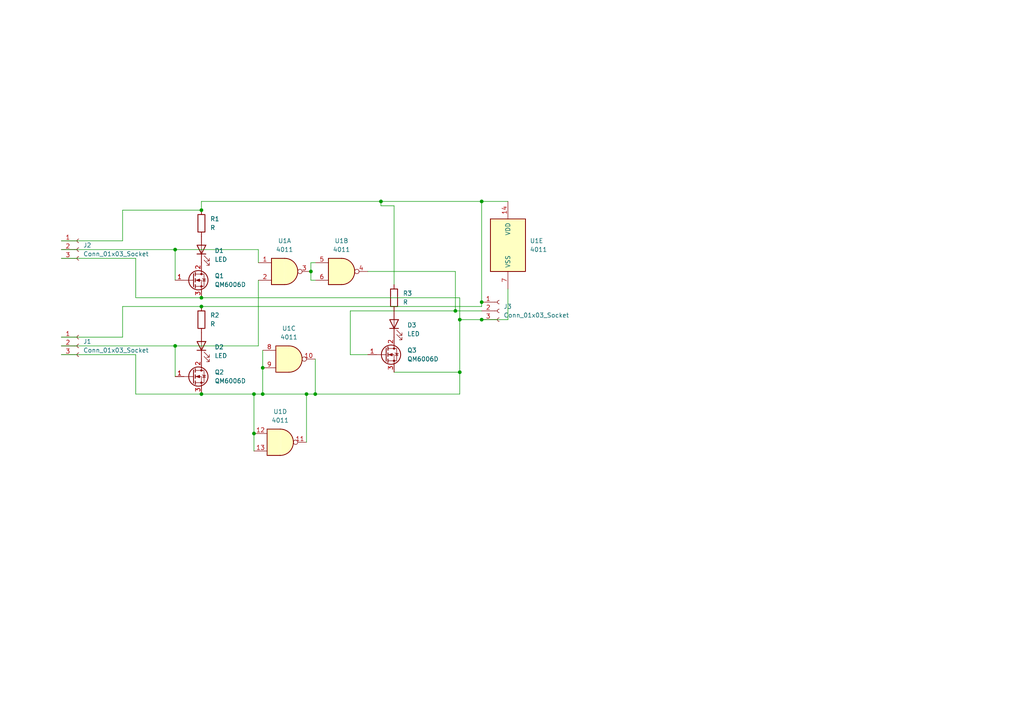
<source format=kicad_sch>
(kicad_sch (version 20250114) (generator "eeschema") (generator_version "9.0")
  (paper "A4")
  (lib_symbols
    (symbol "4xxx:4011" (pin_names (offset 1.016))
      (property "Reference" "U" (at 0 1.27 0))
      (property "Value" "4011" (at 0 -1.27 0))
      (symbol "4011_1_1"
        (arc (start 0 3.81) (mid 3.7934 0) (end 0 -3.81) (stroke (width 0.254)) (fill (type background)))
        (polyline (pts (xy 0 3.81) (xy -3.81 3.81) (xy -3.81 -3.81) (xy 0 -3.81)) (stroke (width 0.254)) (fill (type background)))
        (pin input line (at -7.62 2.54 0) (length 3.81) (name "~") (number "1"))
        (pin input line (at -7.62 -2.54 0) (length 3.81) (name "~") (number "2"))
        (pin output inverted (at 7.62 0 180) (length 3.81) (name "~") (number "3"))
      )
      (symbol "4011_1_2"
        (arc (start -3.81 3.81) (mid -2.589 0) (end -3.81 -3.81) (stroke (width 0.254)))
        (polyline (pts (xy -3.81 3.81) (xy -0.635 3.81)) (stroke (width 0.254)) (fill (type background)))
        (polyline (pts (xy -3.81 -3.81) (xy -0.635 -3.81)) (stroke (width 0.254)) (fill (type background)))
        (arc (start 3.81 0) (mid 2.1855 -2.584) (end -0.6096 -3.81) (stroke (width 0.254)) (fill (type background)))
        (arc (start -0.6096 3.81) (mid 2.1928 2.5924) (end 3.81 0) (stroke (width 0.254)) (fill (type background)))
        (polyline (pts (xy -0.635 3.81) (xy -3.81 3.81) (xy -3.81 3.81) (xy -3.556 3.4036) (xy -3.0226 2.2606) (xy -2.6924 1.0414) (xy -2.6162 -0.254) (xy -2.7686 -1.4986) (xy -3.175 -2.7178) (xy -3.81 -3.81) (xy -3.81 -3.81) (xy -0.635 -3.81)) (stroke (width -25.4)) (fill (type background)))
        (pin input inverted (at -7.62 2.54 0) (length 4.318) (name "~") (number "1"))
        (pin input inverted (at -7.62 -2.54 0) (length 4.318) (name "~") (number "2"))
        (pin output line (at 7.62 0 180) (length 3.81) (name "~") (number "3"))
      )
      (symbol "4011_2_1"
        (arc (start 0 3.81) (mid 3.7934 0) (end 0 -3.81) (stroke (width 0.254)) (fill (type background)))
        (polyline (pts (xy 0 3.81) (xy -3.81 3.81) (xy -3.81 -3.81) (xy 0 -3.81)) (stroke (width 0.254)) (fill (type background)))
        (pin input line (at -7.62 2.54 0) (length 3.81) (name "~") (number "5"))
        (pin input line (at -7.62 -2.54 0) (length 3.81) (name "~") (number "6"))
        (pin output inverted (at 7.62 0 180) (length 3.81) (name "~") (number "4"))
      )
      (symbol "4011_2_2"
        (arc (start -3.81 3.81) (mid -2.589 0) (end -3.81 -3.81) (stroke (width 0.254)))
        (polyline (pts (xy -3.81 3.81) (xy -0.635 3.81)) (stroke (width 0.254)) (fill (type background)))
        (polyline (pts (xy -3.81 -3.81) (xy -0.635 -3.81)) (stroke (width 0.254)) (fill (type background)))
        (arc (start 3.81 0) (mid 2.1855 -2.584) (end -0.6096 -3.81) (stroke (width 0.254)) (fill (type background)))
        (arc (start -0.6096 3.81) (mid 2.1928 2.5924) (end 3.81 0) (stroke (width 0.254)) (fill (type background)))
        (polyline (pts (xy -0.635 3.81) (xy -3.81 3.81) (xy -3.81 3.81) (xy -3.556 3.4036) (xy -3.0226 2.2606) (xy -2.6924 1.0414) (xy -2.6162 -0.254) (xy -2.7686 -1.4986) (xy -3.175 -2.7178) (xy -3.81 -3.81) (xy -3.81 -3.81) (xy -0.635 -3.81)) (stroke (width -25.4)) (fill (type background)))
        (pin input inverted (at -7.62 2.54 0) (length 4.318) (name "~") (number "5"))
        (pin input inverted (at -7.62 -2.54 0) (length 4.318) (name "~") (number "6"))
        (pin output line (at 7.62 0 180) (length 3.81) (name "~") (number "4"))
      )
      (symbol "4011_3_1"
        (arc (start 0 3.81) (mid 3.7934 0) (end 0 -3.81) (stroke (width 0.254)) (fill (type background)))
        (polyline (pts (xy 0 3.81) (xy -3.81 3.81) (xy -3.81 -3.81) (xy 0 -3.81)) (stroke (width 0.254)) (fill (type background)))
        (pin input line (at -7.62 2.54 0) (length 3.81) (name "~") (number "8"))
        (pin input line (at -7.62 -2.54 0) (length 3.81) (name "~") (number "9"))
        (pin output inverted (at 7.62 0 180) (length 3.81) (name "~") (number "10"))
      )
      (symbol "4011_3_2"
        (arc (start -3.81 3.81) (mid -2.589 0) (end -3.81 -3.81) (stroke (width 0.254)))
        (polyline (pts (xy -3.81 3.81) (xy -0.635 3.81)) (stroke (width 0.254)) (fill (type background)))
        (polyline (pts (xy -3.81 -3.81) (xy -0.635 -3.81)) (stroke (width 0.254)) (fill (type background)))
        (arc (start 3.81 0) (mid 2.1855 -2.584) (end -0.6096 -3.81) (stroke (width 0.254)) (fill (type background)))
        (arc (start -0.6096 3.81) (mid 2.1928 2.5924) (end 3.81 0) (stroke (width 0.254)) (fill (type background)))
        (polyline (pts (xy -0.635 3.81) (xy -3.81 3.81) (xy -3.81 3.81) (xy -3.556 3.4036) (xy -3.0226 2.2606) (xy -2.6924 1.0414) (xy -2.6162 -0.254) (xy -2.7686 -1.4986) (xy -3.175 -2.7178) (xy -3.81 -3.81) (xy -3.81 -3.81) (xy -0.635 -3.81)) (stroke (width -25.4)) (fill (type background)))
        (pin input inverted (at -7.62 2.54 0) (length 4.318) (name "~") (number "8"))
        (pin input inverted (at -7.62 -2.54 0) (length 4.318) (name "~") (number "9"))
        (pin output line (at 7.62 0 180) (length 3.81) (name "~") (number "10"))
      )
      (symbol "4011_4_1"
        (arc (start 0 3.81) (mid 3.7934 0) (end 0 -3.81) (stroke (width 0.254)) (fill (type background)))
        (polyline (pts (xy 0 3.81) (xy -3.81 3.81) (xy -3.81 -3.81) (xy 0 -3.81)) (stroke (width 0.254)) (fill (type background)))
        (pin input line (at -7.62 2.54 0) (length 3.81) (name "~") (number "12"))
        (pin input line (at -7.62 -2.54 0) (length 3.81) (name "~") (number "13"))
        (pin output inverted (at 7.62 0 180) (length 3.81) (name "~") (number "11"))
      )
      (symbol "4011_4_2"
        (arc (start -3.81 3.81) (mid -2.589 0) (end -3.81 -3.81) (stroke (width 0.254)))
        (polyline (pts (xy -3.81 3.81) (xy -0.635 3.81)) (stroke (width 0.254)) (fill (type background)))
        (polyline (pts (xy -3.81 -3.81) (xy -0.635 -3.81)) (stroke (width 0.254)) (fill (type background)))
        (arc (start 3.81 0) (mid 2.1855 -2.584) (end -0.6096 -3.81) (stroke (width 0.254)) (fill (type background)))
        (arc (start -0.6096 3.81) (mid 2.1928 2.5924) (end 3.81 0) (stroke (width 0.254)) (fill (type background)))
        (polyline (pts (xy -0.635 3.81) (xy -3.81 3.81) (xy -3.81 3.81) (xy -3.556 3.4036) (xy -3.0226 2.2606) (xy -2.6924 1.0414) (xy -2.6162 -0.254) (xy -2.7686 -1.4986) (xy -3.175 -2.7178) (xy -3.81 -3.81) (xy -3.81 -3.81) (xy -0.635 -3.81)) (stroke (width -25.4)) (fill (type background)))
        (pin input inverted (at -7.62 2.54 0) (length 4.318) (name "~") (number "12"))
        (pin input inverted (at -7.62 -2.54 0) (length 4.318) (name "~") (number "13"))
        (pin output line (at 7.62 0 180) (length 3.81) (name "~") (number "11"))
      )
      (symbol "4011_5_0"
        (pin power_in line (at 0 12.7 270) (length 5.08) (name "VDD") (number "14"))
        (pin power_in line (at 0 -12.7 90) (length 5.08) (name "VSS") (number "7"))
      )
      (symbol "4011_5_1"
        (rectangle (start -5.08 7.62) (end 5.08 -7.62) (stroke (width 0.254)) (fill (type background)))
      )
    )
    (symbol "Connector:Conn_01x03_Socket" (pin_names (offset 1.016) (hide yes))
      (property "Reference" "J" (at 0 5.08 0))
      (property "Value" "Conn_01x03_Socket" (at 0 -5.08 0))
      (symbol "Conn_01x03_Socket_1_1"
        (polyline (pts (xy -1.27 2.54) (xy -0.508 2.54)) (stroke (width 0.1524)))
        (polyline (pts (xy -1.27 0) (xy -0.508 0)) (stroke (width 0.1524)))
        (polyline (pts (xy -1.27 -2.54) (xy -0.508 -2.54)) (stroke (width 0.1524)))
        (arc (start 0 2.032) (mid -0.5058 2.54) (end 0 3.048) (stroke (width 0.1524)))
        (arc (start 0 -0.508) (mid -0.5058 0) (end 0 0.508) (stroke (width 0.1524)))
        (arc (start 0 -3.048) (mid -0.5058 -2.54) (end 0 -2.032) (stroke (width 0.1524)))
        (pin passive line (at -5.08 2.54 0) (length 3.81) (name "Pin_1") (number "1"))
        (pin passive line (at -5.08 0 0) (length 3.81) (name "Pin_2") (number "2"))
        (pin passive line (at -5.08 -2.54 0) (length 3.81) (name "Pin_3") (number "3"))
      )
    )
    (symbol "Device:LED" (pin_numbers (hide yes)) (pin_names (offset 1.016) (hide yes))
      (property "Reference" "D" (at 0 2.54 0))
      (property "Value" "LED" (at 0 -2.54 0))
      (symbol "LED_0_1"
        (polyline (pts (xy -3.048 -0.762) (xy -4.572 -2.286) (xy -3.81 -2.286) (xy -4.572 -2.286) (xy -4.572 -1.524)))
        (polyline (pts (xy -1.778 -0.762) (xy -3.302 -2.286) (xy -2.54 -2.286) (xy -3.302 -2.286) (xy -3.302 -1.524)))
        (polyline (pts (xy -1.27 0) (xy 1.27 0)))
        (polyline (pts (xy -1.27 -1.27) (xy -1.27 1.27)) (stroke (width 0.254)))
        (polyline (pts (xy 1.27 -1.27) (xy 1.27 1.27) (xy -1.27 0) (xy 1.27 -1.27)) (stroke (width 0.254)))
      )
      (symbol "LED_1_1"
        (pin passive line (at -3.81 0 0) (length 2.54) (name "K") (number "1"))
        (pin passive line (at 3.81 0 180) (length 2.54) (name "A") (number "2"))
      )
    )
    (symbol "Device:R" (pin_numbers (hide yes)) (pin_names (offset 0))
      (property "Reference" "R" (at 2.032 0 90))
      (property "Value" "R" (at 0 0 90))
      (symbol "R_0_1"
        (rectangle (start -1.016 -2.54) (end 1.016 2.54) (stroke (width 0.254)))
      )
      (symbol "R_1_1"
        (pin passive line (at 0 3.81 270) (length 1.27) (name "~") (number "1"))
        (pin passive line (at 0 -3.81 90) (length 1.27) (name "~") (number "2"))
      )
    )
    (symbol "Transistor_FET:QM6006D" (pin_names (hide yes))
      (property "Reference" "Q" (at 5.08 1.905 0))
      (property "Value" "QM6006D" (at 5.08 0 0))
      (symbol "QM6006D_0_1"
        (polyline (pts (xy 0.254 1.905) (xy 0.254 -1.905)) (stroke (width 0.254)))
        (polyline (pts (xy 0.254 0) (xy -2.54 0)))
        (polyline (pts (xy 0.762 2.286) (xy 0.762 1.27)) (stroke (width 0.254)))
        (polyline (pts (xy 0.762 0.508) (xy 0.762 -0.508)) (stroke (width 0.254)))
        (polyline (pts (xy 0.762 -1.27) (xy 0.762 -2.286)) (stroke (width 0.254)))
        (polyline (pts (xy 0.762 -1.778) (xy 3.302 -1.778) (xy 3.302 1.778) (xy 0.762 1.778)))
        (polyline (pts (xy 1.016 0) (xy 2.032 0.381) (xy 2.032 -0.381) (xy 1.016 0)) (fill (type outline)))
        (circle (center 1.651 0) (radius 2.794) (stroke (width 0.254)))
        (polyline (pts (xy 2.54 2.54) (xy 2.54 1.778)))
        (circle (center 2.54 1.778) (radius 0.254) (fill (type outline)))
        (circle (center 2.54 -1.778) (radius 0.254) (fill (type outline)))
        (polyline (pts (xy 2.54 -2.54) (xy 2.54 0) (xy 0.762 0)))
        (polyline (pts (xy 2.794 0.508) (xy 2.921 0.381) (xy 3.683 0.381) (xy 3.81 0.254)))
        (polyline (pts (xy 3.302 0.381) (xy 2.921 -0.254) (xy 3.683 -0.254) (xy 3.302 0.381)))
      )
      (symbol "QM6006D_1_1"
        (pin input line (at -5.08 0 0) (length 2.54) (name "G") (number "1"))
        (pin passive line (at 2.54 5.08 270) (length 2.54) (name "D") (number "2"))
        (pin passive line (at 2.54 -5.08 90) (length 2.54) (name "S") (number "3"))
      )
    )
  )
  (junction (at 76.2 106.68))
  (junction (at 73.66 125.73))
  (junction (at 139.7 92.71))
  (junction (at 58.42 114.3))
  (junction (at 88.9 114.3))
  (junction (at 90.17 78.74))
  (junction (at 110.49 58.42))
  (junction (at 133.35 92.71))
  (junction (at 132.08 90.17))
  (junction (at 58.42 60.96))
  (junction (at 73.66 114.3))
  (junction (at 139.7 58.42))
  (junction (at 76.2 114.3))
  (junction (at 58.42 86.36))
  (junction (at 91.44 114.3))
  (junction (at 139.7 87.63))
  (junction (at 133.35 107.95))
  (junction (at 50.8 100.33))
  (junction (at 50.8 72.39))
  (junction (at 58.42 88.9))
  (wire (pts (xy 114.3 82.55) (xy 114.3 59.69)))
  (wire (pts (xy 58.42 86.36) (xy 133.35 86.36)))
  (wire (pts (xy 88.9 114.3) (xy 88.9 128.27)))
  (wire (pts (xy 101.6 90.17) (xy 132.08 90.17)))
  (wire (pts (xy 35.56 60.96) (xy 35.56 69.85)))
  (wire (pts (xy 39.37 74.93) (xy 39.37 86.36)))
  (wire (pts (xy 17.78 102.87) (xy 39.37 102.87)))
  (wire (pts (xy 39.37 102.87) (xy 39.37 114.3)))
  (wire (pts (xy 39.37 114.3) (xy 58.42 114.3)))
  (wire (pts (xy 76.2 106.68) (xy 76.2 114.3)))
  (wire (pts (xy 17.78 97.79) (xy 35.56 97.79)))
  (wire (pts (xy 147.32 83.82) (xy 147.32 92.71)))
  (wire (pts (xy 58.42 60.96) (xy 35.56 60.96)))
  (wire (pts (xy 88.9 114.3) (xy 76.2 114.3)))
  (wire (pts (xy 73.66 125.73) (xy 73.66 130.81)))
  (wire (pts (xy 17.78 100.33) (xy 50.8 100.33)))
  (wire (pts (xy 139.7 90.17) (xy 132.08 90.17)))
  (wire (pts (xy 58.42 88.9) (xy 35.56 88.9)))
  (wire (pts (xy 110.49 58.42) (xy 58.42 58.42)))
  (wire (pts (xy 17.78 74.93) (xy 39.37 74.93)))
  (wire (pts (xy 74.93 81.28) (xy 74.93 100.33)))
  (wire (pts (xy 110.49 59.69) (xy 110.49 58.42)))
  (wire (pts (xy 133.35 107.95) (xy 133.35 114.3)))
  (wire (pts (xy 133.35 114.3) (xy 91.44 114.3)))
  (wire (pts (xy 114.3 107.95) (xy 133.35 107.95)))
  (wire (pts (xy 74.93 100.33) (xy 50.8 100.33)))
  (wire (pts (xy 133.35 92.71) (xy 133.35 107.95)))
  (wire (pts (xy 76.2 114.3) (xy 73.66 114.3)))
  (wire (pts (xy 139.7 58.42) (xy 139.7 87.63)))
  (wire (pts (xy 133.35 92.71) (xy 139.7 92.71)))
  (wire (pts (xy 114.3 59.69) (xy 110.49 59.69)))
  (wire (pts (xy 91.44 114.3) (xy 88.9 114.3)))
  (wire (pts (xy 139.7 92.71) (xy 147.32 92.71)))
  (wire (pts (xy 90.17 78.74) (xy 90.17 76.2)))
  (wire (pts (xy 73.66 114.3) (xy 58.42 114.3)))
  (wire (pts (xy 90.17 81.28) (xy 90.17 78.74)))
  (wire (pts (xy 39.37 86.36) (xy 58.42 86.36)))
  (wire (pts (xy 50.8 100.33) (xy 50.8 109.22)))
  (wire (pts (xy 90.17 76.2) (xy 91.44 76.2)))
  (wire (pts (xy 17.78 69.85) (xy 35.56 69.85)))
  (wire (pts (xy 91.44 81.28) (xy 90.17 81.28)))
  (wire (pts (xy 91.44 104.14) (xy 91.44 114.3)))
  (wire (pts (xy 50.8 72.39) (xy 50.8 81.28)))
  (wire (pts (xy 101.6 102.87) (xy 101.6 90.17)))
  (wire (pts (xy 17.78 72.39) (xy 50.8 72.39)))
  (wire (pts (xy 58.42 58.42) (xy 58.42 60.96)))
  (wire (pts (xy 101.6 102.87) (xy 106.68 102.87)))
  (wire (pts (xy 110.49 58.42) (xy 139.7 58.42)))
  (wire (pts (xy 106.68 78.74) (xy 132.08 78.74)))
  (wire (pts (xy 76.2 101.6) (xy 76.2 106.68)))
  (wire (pts (xy 139.7 58.42) (xy 147.32 58.42)))
  (wire (pts (xy 74.93 76.2) (xy 74.93 72.39)))
  (wire (pts (xy 58.42 88.9) (xy 139.7 88.9)))
  (wire (pts (xy 73.66 114.3) (xy 73.66 125.73)))
  (wire (pts (xy 139.7 88.9) (xy 139.7 87.63)))
  (wire (pts (xy 74.93 72.39) (xy 50.8 72.39)))
  (wire (pts (xy 132.08 90.17) (xy 132.08 78.74)))
  (wire (pts (xy 133.35 86.36) (xy 133.35 92.71)))
  (wire (pts (xy 35.56 88.9) (xy 35.56 97.79)))
  (symbol (lib_id "4xxx:4011") (at 82.55 78.74 0) (unit 1)
    (property "Reference" "U1" (at 82.5417 69.85 0))
    (property "Value" "4011" (at 82.5417 72.39 0))
    (property "Footprint" "Package_DIP:DIP-14_W7.62mm" (effects (hide yes)))
    (property "Datasheet" "http://www.intersil.com/content/dam/Intersil/documents/cd40/cd4011bms-12bms-23bms.pdf" (effects (hide yes)))
    (property "Description" "Quad Nand 2 inputs" (effects (hide yes)))
  )
  (symbol (lib_id "Connector:Conn_01x03_Socket") (at 144.78 90.17 0) (unit 1)
    (property "Reference" "J3" (at 146.05 88.8999 0) (effects (justify left)))
    (property "Value" "Conn_01x03_Socket" (at 146.05 91.4399 0) (effects (justify left)))
    (property "Footprint" "Connector_PinSocket_2.54mm:PinSocket_1x03_P2.54mm_Horizontal" (effects (hide yes)))
    (property "Description" "Generic connector, single row, 01x03, script generated" (effects (hide yes)))
  )
  (symbol (lib_id "Transistor_FET:QM6006D") (at 111.76 102.87 0) (unit 1)
    (property "Reference" "Q3" (at 118.11 101.5999 0) (effects (justify left)))
    (property "Value" "QM6006D" (at 118.11 104.1399 0) (effects (justify left)))
    (property "Footprint" "Package_TO_SOT_SMD:TO-252-2" (effects (hide yes)))
    (property "Datasheet" "http://www.jaolen.com/images/pdf/QM6006D.pdf" (effects (hide yes)))
    (property "Description" "35A Id, 60V Vds, N-Channel Power MOSFET, 18mOhm Ron, 19.3nC Qg (typ), TO252" (effects (hide yes)))
  )
  (symbol (lib_id "Transistor_FET:QM6006D") (at 55.88 81.28 0) (unit 1)
    (property "Reference" "Q1" (at 62.23 80.0099 0) (effects (justify left)))
    (property "Value" "QM6006D" (at 62.23 82.5499 0) (effects (justify left)))
    (property "Footprint" "Package_TO_SOT_SMD:TO-252-2" (effects (hide yes)))
    (property "Datasheet" "http://www.jaolen.com/images/pdf/QM6006D.pdf" (effects (hide yes)))
    (property "Description" "35A Id, 60V Vds, N-Channel Power MOSFET, 18mOhm Ron, 19.3nC Qg (typ), TO252" (effects (hide yes)))
  )
  (symbol (lib_id "4xxx:4011") (at 83.82 104.14 0) (unit 3)
    (property "Reference" "U1" (at 83.8117 95.25 0))
    (property "Value" "4011" (at 83.8117 97.79 0))
    (property "Footprint" "Package_DIP:DIP-14_W7.62mm" (effects (hide yes)))
    (property "Datasheet" "http://www.intersil.com/content/dam/Intersil/documents/cd40/cd4011bms-12bms-23bms.pdf" (effects (hide yes)))
    (property "Description" "Quad Nand 2 inputs" (effects (hide yes)))
  )
  (symbol (lib_id "4xxx:4011") (at 99.06 78.74 0) (unit 2)
    (property "Reference" "U1" (at 99.0517 69.85 0))
    (property "Value" "4011" (at 99.0517 72.39 0))
    (property "Footprint" "Package_DIP:DIP-14_W7.62mm" (effects (hide yes)))
    (property "Datasheet" "http://www.intersil.com/content/dam/Intersil/documents/cd40/cd4011bms-12bms-23bms.pdf" (effects (hide yes)))
    (property "Description" "Quad Nand 2 inputs" (effects (hide yes)))
  )
  (symbol (lib_id "Transistor_FET:QM6006D") (at 55.88 109.22 0) (unit 1)
    (property "Reference" "Q2" (at 62.23 107.9499 0) (effects (justify left)))
    (property "Value" "QM6006D" (at 62.23 110.4899 0) (effects (justify left)))
    (property "Footprint" "Package_TO_SOT_SMD:TO-252-2" (effects (hide yes)))
    (property "Datasheet" "http://www.jaolen.com/images/pdf/QM6006D.pdf" (effects (hide yes)))
    (property "Description" "35A Id, 60V Vds, N-Channel Power MOSFET, 18mOhm Ron, 19.3nC Qg (typ), TO252" (effects (hide yes)))
  )
  (symbol (lib_id "Device:R") (at 58.42 92.71 0) (unit 1)
    (property "Reference" "R2" (at 60.96 91.4399 0) (effects (justify left)))
    (property "Value" "R" (at 60.96 93.9799 0) (effects (justify left)))
    (property "Footprint" "Resistor_SMD:R_1206_3216Metric" (effects (hide yes)))
    (property "Description" "Resistor" (effects (hide yes)))
  )
  (symbol (lib_id "Connector:Conn_01x03_Socket") (at 22.86 72.39 0) (unit 1)
    (property "Reference" "J2" (at 24.13 71.1199 0) (effects (justify left)))
    (property "Value" "Conn_01x03_Socket" (at 24.13 73.6599 0) (effects (justify left)))
    (property "Footprint" "Connector_PinSocket_2.54mm:PinSocket_1x03_P2.54mm_Horizontal" (effects (hide yes)))
    (property "Description" "Generic connector, single row, 01x03, script generated" (effects (hide yes)))
  )
  (symbol (lib_id "Device:LED") (at 58.42 100.33 90) (unit 1)
    (property "Reference" "D2" (at 62.23 100.6474 90) (effects (justify right)))
    (property "Value" "LED" (at 62.23 103.1874 90) (effects (justify right)))
    (property "Footprint" "LED_SMD:LED_1206_3216Metric" (effects (hide yes)))
    (property "Description" "Light emitting diode" (effects (hide yes)))
    (property "Sim.Pins" "1=K 2=A" (effects (hide yes)))
  )
  (symbol (lib_id "Device:LED") (at 114.3 93.98 90) (unit 1)
    (property "Reference" "D3" (at 118.11 94.2974 90) (effects (justify right)))
    (property "Value" "LED" (at 118.11 96.8374 90) (effects (justify right)))
    (property "Footprint" "LED_SMD:LED_1206_3216Metric" (effects (hide yes)))
    (property "Description" "Light emitting diode" (effects (hide yes)))
    (property "Sim.Pins" "1=K 2=A" (effects (hide yes)))
  )
  (symbol (lib_id "Device:R") (at 58.42 64.77 0) (unit 1)
    (property "Reference" "R1" (at 60.96 63.4999 0) (effects (justify left)))
    (property "Value" "R" (at 60.96 66.0399 0) (effects (justify left)))
    (property "Footprint" "Resistor_SMD:R_1206_3216Metric" (effects (hide yes)))
    (property "Description" "Resistor" (effects (hide yes)))
  )
  (symbol (lib_id "Device:LED") (at 58.42 72.39 90) (unit 1)
    (property "Reference" "D1" (at 62.23 72.7074 90) (effects (justify right)))
    (property "Value" "LED" (at 62.23 75.2474 90) (effects (justify right)))
    (property "Footprint" "LED_SMD:LED_1206_3216Metric" (effects (hide yes)))
    (property "Description" "Light emitting diode" (effects (hide yes)))
    (property "Sim.Pins" "1=K 2=A" (effects (hide yes)))
  )
  (symbol (lib_id "Connector:Conn_01x03_Socket") (at 22.86 100.33 0) (unit 1)
    (property "Reference" "J1" (at 24.13 99.0599 0) (effects (justify left)))
    (property "Value" "Conn_01x03_Socket" (at 24.13 101.5999 0) (effects (justify left)))
    (property "Footprint" "Connector_PinSocket_2.54mm:PinSocket_1x03_P2.54mm_Horizontal" (effects (hide yes)))
    (property "Description" "Generic connector, single row, 01x03, script generated" (effects (hide yes)))
  )
  (symbol (lib_id "4xxx:4011") (at 81.28 128.27 0) (unit 4)
    (property "Reference" "U1" (at 81.2717 119.38 0))
    (property "Value" "4011" (at 81.2717 121.92 0))
    (property "Footprint" "Package_DIP:DIP-14_W7.62mm" (effects (hide yes)))
    (property "Datasheet" "http://www.intersil.com/content/dam/Intersil/documents/cd40/cd4011bms-12bms-23bms.pdf" (effects (hide yes)))
    (property "Description" "Quad Nand 2 inputs" (effects (hide yes)))
  )
  (symbol (lib_id "Device:R") (at 114.3 86.36 0) (unit 1)
    (property "Reference" "R3" (at 116.84 85.0899 0) (effects (justify left)))
    (property "Value" "R" (at 116.84 87.6299 0) (effects (justify left)))
    (property "Footprint" "Resistor_SMD:R_1206_3216Metric" (effects (hide yes)))
    (property "Description" "Resistor" (effects (hide yes)))
  )
  (symbol (lib_id "4xxx:4011") (at 147.32 71.12 0) (unit 5)
    (property "Reference" "U1" (at 153.67 69.8499 0) (effects (justify left)))
    (property "Value" "4011" (at 153.67 72.3899 0) (effects (justify left)))
    (property "Footprint" "Package_DIP:DIP-14_W7.62mm" (effects (hide yes)))
    (property "Datasheet" "http://www.intersil.com/content/dam/Intersil/documents/cd40/cd4011bms-12bms-23bms.pdf" (effects (hide yes)))
    (property "Description" "Quad Nand 2 inputs" (effects (hide yes)))
  )
)
</source>
